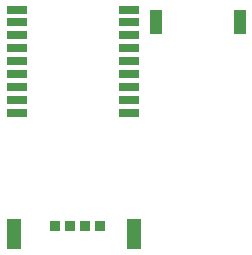
<source format=gbp>
G75*
%MOIN*%
%OFA0B0*%
%FSLAX25Y25*%
%IPPOS*%
%LPD*%
%AMOC8*
5,1,8,0,0,1.08239X$1,22.5*
%
%ADD10R,0.03937X0.07874*%
%ADD11R,0.07087X0.02756*%
%ADD12R,0.07087X0.03150*%
%ADD13R,0.05000X0.10000*%
%ADD14R,0.03200X0.03500*%
D10*
X0122750Y0151888D03*
X0150703Y0151888D03*
D11*
X0113813Y0155929D03*
X0076412Y0155929D03*
X0076412Y0121677D03*
X0113813Y0121677D03*
D12*
X0113813Y0125811D03*
X0113813Y0130142D03*
X0113813Y0134472D03*
X0113813Y0138803D03*
X0113813Y0143134D03*
X0113813Y0147465D03*
X0113813Y0151795D03*
X0076412Y0151795D03*
X0076412Y0147465D03*
X0076412Y0143134D03*
X0076412Y0138803D03*
X0076412Y0134472D03*
X0076412Y0130142D03*
X0076412Y0125811D03*
D13*
X0075250Y0081250D03*
X0115250Y0081250D03*
D14*
X0104000Y0083750D03*
X0099000Y0083750D03*
X0094000Y0083750D03*
X0089000Y0083750D03*
M02*

</source>
